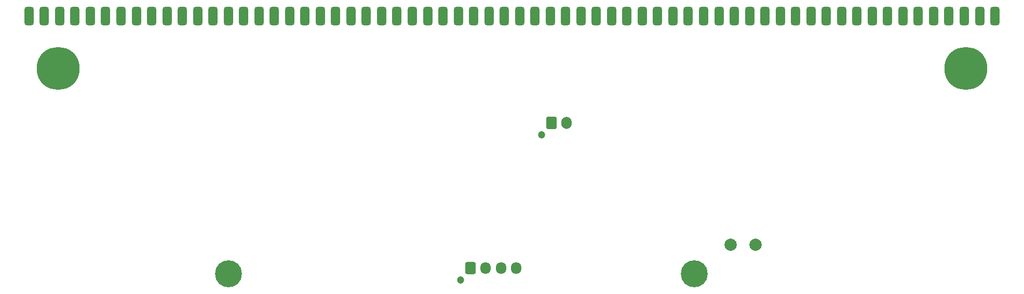
<source format=gbr>
%TF.GenerationSoftware,KiCad,Pcbnew,8.0.2*%
%TF.CreationDate,2024-05-31T12:09:55-04:00*%
%TF.ProjectId,kathodeDriver,6b617468-6f64-4654-9472-697665722e6b,rev?*%
%TF.SameCoordinates,Original*%
%TF.FileFunction,Soldermask,Bot*%
%TF.FilePolarity,Negative*%
%FSLAX46Y46*%
G04 Gerber Fmt 4.6, Leading zero omitted, Abs format (unit mm)*
G04 Created by KiCad (PCBNEW 8.0.2) date 2024-05-31 12:09:55*
%MOMM*%
%LPD*%
G01*
G04 APERTURE LIST*
G04 Aperture macros list*
%AMRoundRect*
0 Rectangle with rounded corners*
0 $1 Rounding radius*
0 $2 $3 $4 $5 $6 $7 $8 $9 X,Y pos of 4 corners*
0 Add a 4 corners polygon primitive as box body*
4,1,4,$2,$3,$4,$5,$6,$7,$8,$9,$2,$3,0*
0 Add four circle primitives for the rounded corners*
1,1,$1+$1,$2,$3*
1,1,$1+$1,$4,$5*
1,1,$1+$1,$6,$7*
1,1,$1+$1,$8,$9*
0 Add four rect primitives between the rounded corners*
20,1,$1+$1,$2,$3,$4,$5,0*
20,1,$1+$1,$4,$5,$6,$7,0*
20,1,$1+$1,$6,$7,$8,$9,0*
20,1,$1+$1,$8,$9,$2,$3,0*%
G04 Aperture macros list end*
%ADD10C,1.200000*%
%ADD11RoundRect,0.250000X-0.600000X-0.750000X0.600000X-0.750000X0.600000X0.750000X-0.600000X0.750000X0*%
%ADD12O,1.700000X2.000000*%
%ADD13RoundRect,0.250000X-0.600000X-0.725000X0.600000X-0.725000X0.600000X0.725000X-0.600000X0.725000X0*%
%ADD14O,1.700000X1.950000*%
%ADD15C,2.000000*%
%ADD16C,7.000000*%
%ADD17RoundRect,0.375000X0.375000X-1.125000X0.375000X1.125000X-0.375000X1.125000X-0.375000X-1.125000X0*%
%ADD18C,4.400000*%
G04 APERTURE END LIST*
D10*
%TO.C,J2*%
X162050000Y-72375000D03*
D11*
X163650000Y-70375000D03*
D12*
X166150000Y-70375000D03*
%TD*%
D10*
%TO.C,J1*%
X148850000Y-96075000D03*
D13*
X150450000Y-94075000D03*
D14*
X152950000Y-94075000D03*
X155450000Y-94075000D03*
X157950000Y-94075000D03*
%TD*%
D15*
%TO.C,TP2*%
X197000000Y-90300000D03*
%TD*%
D16*
%TO.C,U12*%
X83250000Y-61500000D03*
X231250000Y-61500000D03*
D17*
X78500000Y-53000000D03*
X81000000Y-53000000D03*
X83500000Y-53000000D03*
X86000000Y-53000000D03*
X88500000Y-53000000D03*
X91000000Y-53000000D03*
X93500000Y-53000000D03*
X96000000Y-53000000D03*
X98500000Y-53000000D03*
X101000000Y-53000000D03*
X103500000Y-53000000D03*
X106000000Y-53000000D03*
X108500000Y-53000000D03*
X111000000Y-53000000D03*
X113500000Y-53000000D03*
X116000000Y-53000000D03*
X118500000Y-53000000D03*
X121000000Y-53000000D03*
X123500000Y-53000000D03*
X126000000Y-53000000D03*
X128500000Y-53000000D03*
X131000000Y-53000000D03*
X133500000Y-53000000D03*
X136000000Y-53000000D03*
X138500000Y-53000000D03*
X141000000Y-53000000D03*
X143500000Y-53000000D03*
X146000000Y-53000000D03*
X148500000Y-53000000D03*
X151000000Y-53000000D03*
X153500000Y-53000000D03*
X156000000Y-53000000D03*
X158500000Y-53000000D03*
X161000000Y-53000000D03*
X163500000Y-53000000D03*
X166000000Y-53000000D03*
X168500000Y-53000000D03*
X171000000Y-53000000D03*
X173500000Y-53000000D03*
X176000000Y-53000000D03*
X178500000Y-53000000D03*
X181000000Y-53000000D03*
X183500000Y-53000000D03*
X186000000Y-53000000D03*
X188500000Y-53000000D03*
X191000000Y-53000000D03*
X193500000Y-53000000D03*
X196000000Y-53000000D03*
X198500000Y-53000000D03*
X201000000Y-53000000D03*
X203500000Y-53000000D03*
X206000000Y-53000000D03*
X208500000Y-53000000D03*
X211000000Y-53000000D03*
X213500000Y-53000000D03*
X216000000Y-53000000D03*
X218500000Y-53000000D03*
X221000000Y-53000000D03*
X223500000Y-53000000D03*
X226000000Y-53000000D03*
X228500000Y-53000000D03*
X231000000Y-53000000D03*
X233500000Y-53000000D03*
X236000000Y-53000000D03*
%TD*%
D15*
%TO.C,TP1*%
X192900000Y-90300000D03*
%TD*%
D18*
%TO.C,H2*%
X187000000Y-95000000D03*
%TD*%
%TO.C,H1*%
X111000000Y-95000000D03*
%TD*%
M02*

</source>
